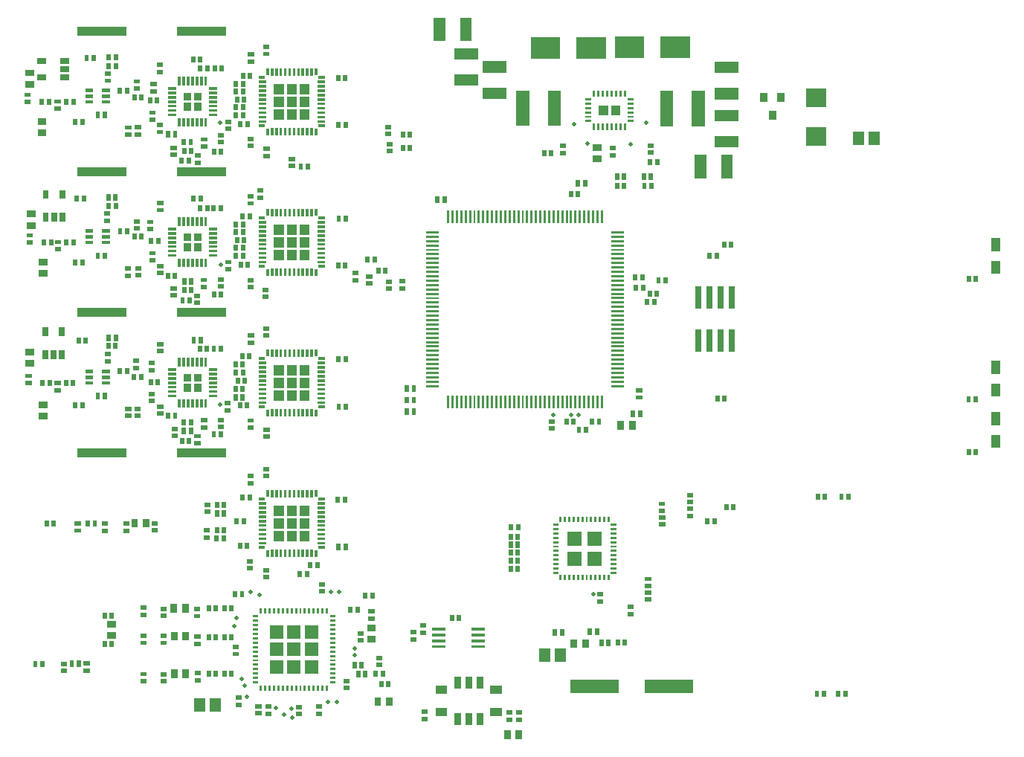
<source format=gbr>
G04 start of page 12 for group -4015 idx -4015 *
G04 Title: GNSS Firehose, toppaste *
G04 Creator: pcb 20140316 *
G04 CreationDate: Thu 09 Apr 2015 09:35:02 PM GMT UTC *
G04 For: pmonta *
G04 Format: Gerber/RS-274X *
G04 PCB-Dimensions (mil): 4640.00 3900.00 *
G04 PCB-Coordinate-Origin: lower left *
%MOIN*%
%FSLAX25Y25*%
%LNTOPPASTE*%
%ADD230R,0.0370X0.0370*%
%ADD229R,0.0300X0.0300*%
%ADD228R,0.0260X0.0260*%
%ADD227R,0.0130X0.0130*%
%ADD226R,0.0827X0.0827*%
%ADD225R,0.0340X0.0340*%
%ADD224R,0.0394X0.0394*%
%ADD223R,0.0280X0.0280*%
%ADD222R,0.0160X0.0160*%
%ADD221R,0.0402X0.0402*%
%ADD220R,0.0118X0.0118*%
%ADD219R,0.0965X0.0965*%
%ADD218R,0.0295X0.0295*%
%ADD217R,0.0591X0.0591*%
%ADD216C,0.0200*%
%ADD215R,0.0512X0.0512*%
%ADD214C,0.0001*%
%ADD213R,0.0098X0.0098*%
%ADD212R,0.0197X0.0197*%
G54D212*X241600Y111893D02*Y111107D01*
X244748Y111893D02*Y111107D01*
X241600Y119193D02*Y118407D01*
X244748Y119193D02*Y118407D01*
X241600Y122793D02*Y122007D01*
X244748Y122793D02*Y122007D01*
X241600Y126393D02*Y125607D01*
X244748Y126393D02*Y125607D01*
X241800Y130593D02*Y129807D01*
X244948Y130593D02*Y129807D01*
X241574Y115593D02*Y114807D01*
X244722Y115593D02*Y114807D01*
X292700Y78893D02*Y78107D01*
X289552Y78893D02*Y78107D01*
X282226Y78793D02*Y78007D01*
X285374Y78793D02*Y78007D01*
G54D213*X287003Y109771D02*X288381D01*
X287003Y111740D02*X288381D01*
X287003Y113709D02*X288381D01*
X287003Y115678D02*X288381D01*
X287003Y117647D02*X288381D01*
X287003Y119616D02*X288381D01*
X287003Y121585D02*X288381D01*
X287003Y123554D02*X288381D01*
X287003Y125523D02*X288381D01*
X287003Y127492D02*X288381D01*
X287003Y129461D02*X288381D01*
X287003Y131430D02*X288381D01*
X261019Y131429D02*X262397D01*
X261019Y129460D02*X262397D01*
X261019Y127491D02*X262397D01*
X261019Y125522D02*X262397D01*
X261019Y123553D02*X262397D01*
X261019Y121584D02*X262397D01*
X261019Y119615D02*X262397D01*
X261019Y117646D02*X262397D01*
X261019Y115677D02*X262397D01*
X261019Y113708D02*X262397D01*
X261019Y111739D02*X262397D01*
X261019Y109770D02*X262397D01*
X285529Y134281D02*Y132903D01*
X283560Y134281D02*Y132903D01*
X281591Y134281D02*Y132903D01*
X279622Y134281D02*Y132903D01*
X277653Y134281D02*Y132903D01*
X275684Y134281D02*Y132903D01*
X273715Y134281D02*Y132903D01*
X271746Y134281D02*Y132903D01*
X269777Y134281D02*Y132903D01*
X267808Y134281D02*Y132903D01*
X265839Y134281D02*Y132903D01*
X263870Y134281D02*Y132903D01*
X263871Y108297D02*Y106919D01*
X265840Y108297D02*Y106919D01*
X267809Y108297D02*Y106919D01*
X269778Y108297D02*Y106919D01*
X271747Y108297D02*Y106919D01*
X273716Y108297D02*Y106919D01*
X275685Y108297D02*Y106919D01*
X277654Y108297D02*Y106919D01*
X279623Y108297D02*Y106919D01*
X281592Y108297D02*Y106919D01*
X283561Y108297D02*Y106919D01*
X285530Y108297D02*Y106919D01*
G54D214*G36*
X266950Y128350D02*Y121850D01*
X273450D01*
Y128350D01*
X266950D01*
G37*
G36*
Y119350D02*Y112850D01*
X273450D01*
Y119350D01*
X266950D01*
G37*
G36*
X275950Y128350D02*Y121850D01*
X282450D01*
Y128350D01*
X275950D01*
G37*
G36*
Y119350D02*Y112850D01*
X282450D01*
Y119350D01*
X275950D01*
G37*
G54D212*X446852Y187893D02*Y187107D01*
X450000Y187893D02*Y187107D01*
X446926Y164393D02*Y163607D01*
X450074Y164393D02*Y163607D01*
X301352Y287793D02*Y287007D01*
X304500Y287793D02*Y287007D01*
X292448Y287793D02*Y287007D01*
X289300Y287793D02*Y287007D01*
X292474Y283593D02*Y282807D01*
X289326Y283593D02*Y282807D01*
X301526Y283593D02*Y282807D01*
X304674Y283593D02*Y282807D01*
X447000Y241893D02*Y241107D01*
X450148Y241893D02*Y241107D01*
G54D215*X326695Y294555D02*Y289045D01*
X338505Y294555D02*Y289045D01*
G54D216*X270100Y310900D03*
G54D212*X264507Y298026D02*X265293D01*
X264507Y301174D02*X265293D01*
X256626Y298193D02*Y297407D01*
X259774Y298193D02*Y297407D01*
G54D215*X231545Y336605D02*X237055D01*
X231545Y324795D02*X237055D01*
G54D217*X261187Y322921D02*Y313079D01*
X247013Y322921D02*Y313079D01*
G54D216*X295500Y301800D03*
X275900Y302200D03*
G54D213*X279009Y310605D02*Y308833D01*
X280978Y310605D02*Y308833D01*
X282947Y310605D02*Y308833D01*
X284916Y310605D02*Y308833D01*
X286885Y310605D02*Y308833D01*
X288854Y310605D02*Y308833D01*
X290823Y310605D02*Y308833D01*
X292792Y310605D02*Y308833D01*
X292791Y325566D02*Y323794D01*
X290822Y325566D02*Y323794D01*
X288853Y325566D02*Y323794D01*
X286884Y325566D02*Y323794D01*
X284915Y325566D02*Y323794D01*
X282946Y325566D02*Y323794D01*
X280977Y325566D02*Y323794D01*
X279008Y325566D02*Y323794D01*
X294463Y312278D02*X296235D01*
X294463Y314247D02*X296235D01*
X294463Y316216D02*X296235D01*
X294463Y318185D02*X296235D01*
X294463Y320154D02*X296235D01*
X294463Y322123D02*X296235D01*
X275565Y322122D02*X277337D01*
X275565Y320153D02*X277337D01*
X275565Y318184D02*X277337D01*
X275565Y316215D02*X277337D01*
X275565Y314246D02*X277337D01*
X275565Y312277D02*X277337D01*
G54D214*G36*
X280950Y319350D02*Y315050D01*
X285250D01*
Y319350D01*
X280950D01*
G37*
G36*
X286550D02*Y315050D01*
X290850D01*
Y319350D01*
X286550D01*
G37*
G54D212*X303907Y301274D02*X304693D01*
X303907Y298126D02*X304693D01*
G54D218*X279808Y295341D02*X280792D01*
X279808Y300459D02*X280792D01*
G54D212*X287007Y297026D02*X287793D01*
X287007Y300174D02*X287793D01*
G54D219*X255393Y345200D02*X258935D01*
X275865D02*X279407D01*
G54D217*X304791Y58900D02*X320539D01*
X271326D02*X287074D01*
G54D212*X59626Y78293D02*Y77507D01*
X62774Y78293D02*Y77507D01*
X59626Y90993D02*Y90207D01*
X62774Y90993D02*Y90207D01*
G54D218*X73041Y132592D02*Y131608D01*
X78159Y132592D02*Y131608D01*
X62108Y81700D02*X63092D01*
X62108Y86818D02*X63092D01*
G54D212*X76507Y61252D02*X77293D01*
X76507Y64400D02*X77293D01*
X146207Y46452D02*X146993D01*
X146207Y49600D02*X146993D01*
G54D213*X204102Y262457D02*X208826D01*
X204102Y260488D02*X208826D01*
X204102Y258519D02*X208826D01*
X204102Y256550D02*X208826D01*
X204102Y254581D02*X208826D01*
X204102Y252612D02*X208826D01*
X204102Y250643D02*X208826D01*
X204102Y248674D02*X208826D01*
X204102Y246705D02*X208826D01*
X204102Y244736D02*X208826D01*
X204102Y242767D02*X208826D01*
X204102Y240798D02*X208826D01*
X204102Y238829D02*X208826D01*
X204102Y236860D02*X208826D01*
X204102Y234891D02*X208826D01*
X204102Y232922D02*X208826D01*
X204102Y230953D02*X208826D01*
X204102Y228984D02*X208826D01*
X204102Y227015D02*X208826D01*
X204102Y225046D02*X208826D01*
X204102Y223077D02*X208826D01*
X204102Y221108D02*X208826D01*
X204102Y219139D02*X208826D01*
X204102Y217170D02*X208826D01*
X204102Y215201D02*X208826D01*
X204102Y213232D02*X208826D01*
X204102Y211263D02*X208826D01*
X204102Y209294D02*X208826D01*
X204102Y207325D02*X208826D01*
X204102Y205356D02*X208826D01*
X204102Y203387D02*X208826D01*
X204102Y201418D02*X208826D01*
X204102Y199449D02*X208826D01*
X204102Y197480D02*X208826D01*
X204102Y195511D02*X208826D01*
X204102Y193542D02*X208826D01*
X287173Y193543D02*X291897D01*
X287173Y195512D02*X291897D01*
X287173Y197481D02*X291897D01*
X287173Y199450D02*X291897D01*
X287173Y201419D02*X291897D01*
X287173Y203388D02*X291897D01*
X287173Y205357D02*X291897D01*
X287173Y207326D02*X291897D01*
X287173Y209295D02*X291897D01*
X287173Y211264D02*X291897D01*
X287173Y213233D02*X291897D01*
X287173Y215202D02*X291897D01*
X287173Y217171D02*X291897D01*
X287173Y219140D02*X291897D01*
X287173Y221109D02*X291897D01*
X287173Y223078D02*X291897D01*
X287173Y225047D02*X291897D01*
X287173Y227016D02*X291897D01*
X287173Y228985D02*X291897D01*
X287173Y230954D02*X291897D01*
X287173Y232923D02*X291897D01*
X287173Y234892D02*X291897D01*
X287173Y236861D02*X291897D01*
X287173Y238830D02*X291897D01*
X287173Y240799D02*X291897D01*
X287173Y242768D02*X291897D01*
X287173Y244737D02*X291897D01*
X287173Y246706D02*X291897D01*
X287173Y248675D02*X291897D01*
X287173Y250644D02*X291897D01*
X287173Y252613D02*X291897D01*
X287173Y254582D02*X291897D01*
X287173Y256551D02*X291897D01*
X287173Y258520D02*X291897D01*
X287173Y260489D02*X291897D01*
X287173Y262458D02*X291897D01*
X213543Y188827D02*Y184103D01*
X215512Y188827D02*Y184103D01*
X217481Y188827D02*Y184103D01*
X219450Y188827D02*Y184103D01*
X221419Y188827D02*Y184103D01*
X223388Y188827D02*Y184103D01*
X225357Y188827D02*Y184103D01*
X227326Y188827D02*Y184103D01*
X229295Y188827D02*Y184103D01*
X231264Y188827D02*Y184103D01*
X233233Y188827D02*Y184103D01*
X235202Y188827D02*Y184103D01*
X237171Y188827D02*Y184103D01*
X239140Y188827D02*Y184103D01*
X241109Y188827D02*Y184103D01*
X243078Y188827D02*Y184103D01*
X245047Y188827D02*Y184103D01*
X247016Y188827D02*Y184103D01*
X248985Y188827D02*Y184103D01*
X250954Y188827D02*Y184103D01*
X252923Y188827D02*Y184103D01*
X254892Y188827D02*Y184103D01*
X256861Y188827D02*Y184103D01*
X258830Y188827D02*Y184103D01*
X260799Y188827D02*Y184103D01*
X262768Y188827D02*Y184103D01*
X264737Y188827D02*Y184103D01*
X266706Y188827D02*Y184103D01*
X268675Y188827D02*Y184103D01*
X270644Y188827D02*Y184103D01*
X272613Y188827D02*Y184103D01*
X274582Y188827D02*Y184103D01*
X276551Y188827D02*Y184103D01*
X278520Y188827D02*Y184103D01*
X280489Y188827D02*Y184103D01*
X282458Y188827D02*Y184103D01*
X282457Y271898D02*Y267174D01*
X280488Y271898D02*Y267174D01*
X278519Y271898D02*Y267174D01*
X276550Y271898D02*Y267174D01*
X274581Y271898D02*Y267174D01*
X272612Y271898D02*Y267174D01*
X270643Y271898D02*Y267174D01*
X268674Y271898D02*Y267174D01*
X266705Y271898D02*Y267174D01*
X264736Y271898D02*Y267174D01*
X262767Y271898D02*Y267174D01*
X260798Y271898D02*Y267174D01*
X258829Y271898D02*Y267174D01*
X256860Y271898D02*Y267174D01*
X254891Y271898D02*Y267174D01*
X252922Y271898D02*Y267174D01*
X250953Y271898D02*Y267174D01*
X248984Y271898D02*Y267174D01*
X247015Y271898D02*Y267174D01*
X245046Y271898D02*Y267174D01*
X243077Y271898D02*Y267174D01*
X241108Y271898D02*Y267174D01*
X239139Y271898D02*Y267174D01*
X237170Y271898D02*Y267174D01*
X235201Y271898D02*Y267174D01*
X233232Y271898D02*Y267174D01*
X231263Y271898D02*Y267174D01*
X229294Y271898D02*Y267174D01*
X227325Y271898D02*Y267174D01*
X225356Y271898D02*Y267174D01*
X223387Y271898D02*Y267174D01*
X221418Y271898D02*Y267174D01*
X219449Y271898D02*Y267174D01*
X217480Y271898D02*Y267174D01*
X215511Y271898D02*Y267174D01*
X213542Y271898D02*Y267174D01*
X126388Y90267D02*X127766D01*
X126388Y88298D02*X127766D01*
X126388Y86329D02*X127766D01*
X126388Y84360D02*X127766D01*
X126388Y82391D02*X127766D01*
X126388Y80422D02*X127766D01*
X126388Y78453D02*X127766D01*
X126388Y76484D02*X127766D01*
X126388Y74515D02*X127766D01*
X126388Y72546D02*X127766D01*
X126388Y70577D02*X127766D01*
X126388Y68608D02*X127766D01*
X126388Y66639D02*X127766D01*
X126388Y64670D02*X127766D01*
X126388Y62701D02*X127766D01*
X126388Y60732D02*X127766D01*
X161034Y60733D02*X162412D01*
X161034Y62702D02*X162412D01*
X161034Y64671D02*X162412D01*
X161034Y66640D02*X162412D01*
X161034Y68609D02*X162412D01*
X161034Y70578D02*X162412D01*
X161034Y72547D02*X162412D01*
X161034Y74516D02*X162412D01*
X161034Y76485D02*X162412D01*
X161034Y78454D02*X162412D01*
X161034Y80423D02*X162412D01*
X161034Y82392D02*X162412D01*
X161034Y84361D02*X162412D01*
X161034Y86330D02*X162412D01*
X161034Y88299D02*X162412D01*
X161034Y90268D02*X162412D01*
X129633Y58866D02*Y57488D01*
X131602Y58866D02*Y57488D01*
X133571Y58866D02*Y57488D01*
X135540Y58866D02*Y57488D01*
X137509Y58866D02*Y57488D01*
X139478Y58866D02*Y57488D01*
X141447Y58866D02*Y57488D01*
X143416Y58866D02*Y57488D01*
X145385Y58866D02*Y57488D01*
X147354Y58866D02*Y57488D01*
X149323Y58866D02*Y57488D01*
X151292Y58866D02*Y57488D01*
X153261Y58866D02*Y57488D01*
X155230Y58866D02*Y57488D01*
X157199Y58866D02*Y57488D01*
X159168Y58866D02*Y57488D01*
X159167Y93512D02*Y92134D01*
X157198Y93512D02*Y92134D01*
X155229Y93512D02*Y92134D01*
X153260Y93512D02*Y92134D01*
X151291Y93512D02*Y92134D01*
X149322Y93512D02*Y92134D01*
X147353Y93512D02*Y92134D01*
X145384Y93512D02*Y92134D01*
X143415Y93512D02*Y92134D01*
X141446Y93512D02*Y92134D01*
X139477Y93512D02*Y92134D01*
X137508Y93512D02*Y92134D01*
X135539Y93512D02*Y92134D01*
X133570Y93512D02*Y92134D01*
X131601Y93512D02*Y92134D01*
X129632Y93512D02*Y92134D01*
G54D214*G36*
X133600Y86300D02*Y80300D01*
X139600D01*
Y86300D01*
X133600D01*
G37*
G36*
X141400D02*Y80300D01*
X147400D01*
Y86300D01*
X141400D01*
G37*
G36*
X149200D02*Y80300D01*
X155200D01*
Y86300D01*
X149200D01*
G37*
G36*
X133600Y78500D02*Y72500D01*
X139600D01*
Y78500D01*
X133600D01*
G37*
G36*
X141400D02*Y72500D01*
X147400D01*
Y78500D01*
X141400D01*
G37*
G36*
X149200D02*Y72500D01*
X155200D01*
Y78500D01*
X149200D01*
G37*
G36*
X133600Y70700D02*Y64700D01*
X139600D01*
Y70700D01*
X133600D01*
G37*
G36*
X141400D02*Y64700D01*
X147400D01*
Y70700D01*
X141400D01*
G37*
G36*
X149200D02*Y64700D01*
X155200D01*
Y70700D01*
X149200D01*
G37*
G54D212*X46426Y312393D02*Y311607D01*
X49574Y312393D02*Y311607D01*
G54D218*X31008Y306941D02*X31992D01*
X31008Y312059D02*X31992D01*
G54D212*X46426Y249393D02*Y248607D01*
X49574Y249393D02*Y248607D01*
G54D218*X31508Y243941D02*X32492D01*
X31508Y249059D02*X32492D01*
G54D212*X46426Y185393D02*Y184607D01*
X49574Y185393D02*Y184607D01*
G54D218*X31508Y179941D02*X32492D01*
X31508Y185059D02*X32492D01*
G54D220*X129131Y205829D02*X130895D01*
X129131Y203860D02*X131295D01*
X129131Y201891D02*X131295D01*
X129131Y199922D02*X131295D01*
X129131Y197953D02*X131295D01*
X129131Y195984D02*X131295D01*
X129131Y194015D02*X131295D01*
X129131Y192046D02*X131295D01*
X129131Y190077D02*X131295D01*
X129131Y188108D02*X131295D01*
X129131Y186139D02*X131295D01*
X129131Y184170D02*X130895D01*
X156105Y184171D02*X157869D01*
X155705Y186140D02*X157869D01*
X155705Y188109D02*X157869D01*
X155705Y190078D02*X157869D01*
X155705Y192047D02*X157869D01*
X155705Y194016D02*X157869D01*
X155705Y195985D02*X157869D01*
X155705Y197954D02*X157869D01*
X155705Y199923D02*X157869D01*
X155705Y201892D02*X157869D01*
X155705Y203861D02*X157869D01*
X156105Y205830D02*X157869D01*
X132671Y182395D02*Y180631D01*
X134640Y182795D02*Y180631D01*
X136609Y182795D02*Y180631D01*
X138578Y182795D02*Y180631D01*
X140547Y182795D02*Y180631D01*
X142516Y182795D02*Y180631D01*
X144485Y182795D02*Y180631D01*
X146454Y182795D02*Y180631D01*
X148423Y182795D02*Y180631D01*
X150392Y182795D02*Y180631D01*
X152361Y182795D02*Y180631D01*
X154330Y182395D02*Y180631D01*
X154329Y209369D02*Y207605D01*
X152360Y209369D02*Y207205D01*
X150391Y209369D02*Y207205D01*
X148422Y209369D02*Y207205D01*
X146453Y209369D02*Y207205D01*
X144484Y209369D02*Y207205D01*
X142515Y209369D02*Y207205D01*
X140546Y209369D02*Y207205D01*
X138577Y209369D02*Y207205D01*
X136608Y209369D02*Y207205D01*
X134639Y209369D02*Y207205D01*
X132670Y209369D02*Y207605D01*
G54D214*G36*
X135500Y203000D02*Y198400D01*
X140100D01*
Y203000D01*
X135500D01*
G37*
G36*
X141200D02*Y198400D01*
X145800D01*
Y203000D01*
X141200D01*
G37*
G36*
X146900D02*Y198400D01*
X151500D01*
Y203000D01*
X146900D01*
G37*
G36*
X135500Y197300D02*Y192700D01*
X140100D01*
Y197300D01*
X135500D01*
G37*
G36*
X141200D02*Y192700D01*
X145800D01*
Y197300D01*
X141200D01*
G37*
G36*
X146900D02*Y192700D01*
X151500D01*
Y197300D01*
X146900D01*
G37*
G36*
X135500Y191600D02*Y187000D01*
X140100D01*
Y191600D01*
X135500D01*
G37*
G36*
X141200D02*Y187000D01*
X145800D01*
Y191600D01*
X141200D01*
G37*
G36*
X146900D02*Y187000D01*
X151500D01*
Y191600D01*
X146900D01*
G37*
G54D212*X69007Y128626D02*X69793D01*
X69007Y131774D02*X69793D01*
X81533Y128800D02*X82319D01*
X81533Y131948D02*X82319D01*
G54D218*X95759Y94392D02*Y93408D01*
X90641Y94392D02*Y93408D01*
X95859Y81892D02*Y80908D01*
X90741Y81892D02*Y80908D01*
X95859Y64992D02*Y64008D01*
X90741Y64992D02*Y64008D01*
G54D216*X118700Y89700D03*
X117600Y85900D03*
X121100Y62200D03*
G54D212*X24607Y320926D02*X25393D01*
X24607Y324074D02*X25393D01*
G54D216*X111400Y311700D03*
G54D212*X25607Y257926D02*X26393D01*
X25607Y261074D02*X26393D01*
G54D216*X111600Y247900D03*
G54D212*X25107Y194926D02*X25893D01*
X25107Y198074D02*X25893D01*
G54D216*X111400Y185100D03*
G54D212*X176426Y99993D02*Y99207D01*
X179574Y99993D02*Y99207D01*
X151726Y113693D02*Y112907D01*
X154874Y113693D02*Y112907D01*
X150274Y109693D02*Y108907D01*
X147126Y109693D02*Y108907D01*
G54D216*X129100Y99900D03*
X125100Y101400D03*
G54D212*X100707Y90426D02*X101493D01*
X100707Y93574D02*X101493D01*
X85707Y90526D02*X86493D01*
X85707Y93674D02*X86493D01*
X100833Y78000D02*X101619D01*
X100833Y81148D02*X101619D01*
X85733Y78400D02*X86519D01*
X85733Y81548D02*X86519D01*
X101007Y61626D02*X101793D01*
X101007Y64774D02*X101793D01*
X85507Y61226D02*X86293D01*
X85507Y64374D02*X86293D01*
G54D216*X272000Y180600D03*
X268700D03*
X260800Y180700D03*
G54D212*X193326Y306593D02*Y305807D01*
X196474Y306593D02*Y305807D01*
X193326Y300593D02*Y299807D01*
X196474Y300593D02*Y299807D01*
X180574Y250693D02*Y249907D01*
X177426Y250693D02*Y249907D01*
X185400Y245593D02*Y244807D01*
X182252Y245593D02*Y244807D01*
G54D216*X278800Y100200D03*
X302400Y311500D03*
G54D215*X218845Y330695D02*X224355D01*
X218845Y342505D02*X224355D01*
X209695Y356155D02*Y350645D01*
X221505Y356155D02*Y350645D01*
G54D212*X33626Y132393D02*Y131607D01*
X36774Y132393D02*Y131607D01*
X28526Y69193D02*Y68407D01*
X31674Y69193D02*Y68407D01*
G54D221*X49504Y352500D02*X67496D01*
X94004D02*X111996D01*
X49504Y289500D02*X67496D01*
X94004D02*X111996D01*
X49504Y226500D02*X67496D01*
X94004D02*X111996D01*
X49504Y163500D02*X67496D01*
X94004D02*X111996D01*
G54D218*X187159Y52592D02*Y51608D01*
X182041Y52592D02*Y51608D01*
G54D216*X123200Y54300D03*
X122400Y59200D03*
X136200Y49300D03*
X139900Y46200D03*
X143400Y49000D03*
X143600Y44800D03*
X171800Y72800D03*
Y75800D03*
X159800Y51800D03*
X163600Y52000D03*
X164800Y101200D03*
X161000D03*
G54D212*X47107Y128752D02*X47893D01*
X47107Y131900D02*X47893D01*
X59407Y128626D02*X60193D01*
X59407Y131774D02*X60193D01*
X52026Y132293D02*Y131507D01*
X55174Y132293D02*Y131507D01*
X294907Y91326D02*X295693D01*
X294907Y94474D02*X295693D01*
X261500Y83493D02*Y82707D01*
X264648Y83493D02*Y82707D01*
X277126Y83793D02*Y83007D01*
X280274Y83793D02*Y83007D01*
G54D215*X256757Y73193D02*Y72407D01*
X263843Y73193D02*Y72407D01*
G54D212*X281407Y97026D02*X282193D01*
X281407Y100174D02*X282193D01*
G54D218*X269941Y78592D02*Y77608D01*
X275059Y78592D02*Y77608D01*
G54D212*X321681Y138448D02*X322467D01*
X321681Y135300D02*X322467D01*
X309107Y131452D02*X309893D01*
X309107Y134600D02*X309893D01*
X321507Y144600D02*X322293D01*
X321507Y141452D02*X322293D01*
X309007Y137600D02*X309793D01*
X309007Y140748D02*X309793D01*
X302807Y103926D02*X303593D01*
X302807Y107074D02*X303593D01*
X302807Y97826D02*X303593D01*
X302807Y100974D02*X303593D01*
X173907Y82600D02*X174693D01*
X173907Y79452D02*X174693D01*
G54D218*X178708Y85059D02*X179692D01*
X178708Y79941D02*X179692D01*
G54D212*X178807Y92448D02*X179593D01*
X178807Y89300D02*X179593D01*
G54D220*X129131Y268829D02*X130895D01*
X129131Y266860D02*X131295D01*
X129131Y264891D02*X131295D01*
X129131Y262922D02*X131295D01*
X129131Y260953D02*X131295D01*
X129131Y258984D02*X131295D01*
X129131Y257015D02*X131295D01*
X129131Y255046D02*X131295D01*
X129131Y253077D02*X131295D01*
X129131Y251108D02*X131295D01*
X129131Y249139D02*X131295D01*
X129131Y247170D02*X130895D01*
X156105Y247171D02*X157869D01*
X155705Y249140D02*X157869D01*
X155705Y251109D02*X157869D01*
X155705Y253078D02*X157869D01*
X155705Y255047D02*X157869D01*
X155705Y257016D02*X157869D01*
X155705Y258985D02*X157869D01*
X155705Y260954D02*X157869D01*
X155705Y262923D02*X157869D01*
X155705Y264892D02*X157869D01*
X155705Y266861D02*X157869D01*
X156105Y268830D02*X157869D01*
X132671Y245395D02*Y243631D01*
X134640Y245795D02*Y243631D01*
X136609Y245795D02*Y243631D01*
X138578Y245795D02*Y243631D01*
X140547Y245795D02*Y243631D01*
X142516Y245795D02*Y243631D01*
X144485Y245795D02*Y243631D01*
X146454Y245795D02*Y243631D01*
X148423Y245795D02*Y243631D01*
X150392Y245795D02*Y243631D01*
X152361Y245795D02*Y243631D01*
X154330Y245395D02*Y243631D01*
X154329Y272369D02*Y270605D01*
X152360Y272369D02*Y270205D01*
X150391Y272369D02*Y270205D01*
X148422Y272369D02*Y270205D01*
X146453Y272369D02*Y270205D01*
X144484Y272369D02*Y270205D01*
X142515Y272369D02*Y270205D01*
X140546Y272369D02*Y270205D01*
X138577Y272369D02*Y270205D01*
X136608Y272369D02*Y270205D01*
X134639Y272369D02*Y270205D01*
X132670Y272369D02*Y270605D01*
G54D214*G36*
X135500Y266000D02*Y261400D01*
X140100D01*
Y266000D01*
X135500D01*
G37*
G36*
X141200D02*Y261400D01*
X145800D01*
Y266000D01*
X141200D01*
G37*
G36*
X146900D02*Y261400D01*
X151500D01*
Y266000D01*
X146900D01*
G37*
G36*
X135500Y260300D02*Y255700D01*
X140100D01*
Y260300D01*
X135500D01*
G37*
G36*
X141200D02*Y255700D01*
X145800D01*
Y260300D01*
X141200D01*
G37*
G36*
X146900D02*Y255700D01*
X151500D01*
Y260300D01*
X146900D01*
G37*
G36*
X135500Y254600D02*Y250000D01*
X140100D01*
Y254600D01*
X135500D01*
G37*
G36*
X141200D02*Y250000D01*
X145800D01*
Y254600D01*
X141200D01*
G37*
G36*
X146900D02*Y250000D01*
X151500D01*
Y254600D01*
X146900D01*
G37*
G54D212*X131407Y233526D02*X132193D01*
X131407Y236674D02*X132193D01*
X208826Y277493D02*Y276707D01*
X211974Y277493D02*Y276707D01*
X186381Y306552D02*X187167D01*
X186381Y309700D02*X187167D01*
X186907Y298826D02*X187693D01*
X186907Y301974D02*X187693D01*
G54D220*X88508Y326907D02*X91066D01*
X88508Y324938D02*X91066D01*
X88508Y322969D02*X91066D01*
X88508Y321000D02*X91066D01*
X88508Y319031D02*X91066D01*
X88508Y317062D02*X91066D01*
X88508Y315093D02*X91066D01*
X106933D02*X109491D01*
X106933Y317062D02*X109491D01*
X106933Y319031D02*X109491D01*
X106933Y321000D02*X109491D01*
X106933Y322969D02*X109491D01*
X106933Y324938D02*X109491D01*
X106933Y326907D02*X109491D01*
X93093Y313067D02*Y310509D01*
X95062Y313067D02*Y310509D01*
X97031Y313067D02*Y310509D01*
X99000Y313067D02*Y310509D01*
X100969Y313067D02*Y310509D01*
X102938Y313067D02*Y310509D01*
X104907Y313067D02*Y310509D01*
Y331492D02*Y328934D01*
X102938Y331492D02*Y328934D01*
X100969Y331492D02*Y328934D01*
X99000Y331492D02*Y328934D01*
X97031Y331492D02*Y328934D01*
X95062Y331492D02*Y328934D01*
X93093Y331492D02*Y328934D01*
G54D214*G36*
X95050Y324950D02*Y321550D01*
X98450D01*
Y324950D01*
X95050D01*
G37*
G36*
Y320450D02*Y317050D01*
X98450D01*
Y320450D01*
X95050D01*
G37*
G36*
X99550Y324950D02*Y321550D01*
X102950D01*
Y324950D01*
X99550D01*
G37*
G36*
Y320450D02*Y317050D01*
X102950D01*
Y320450D01*
X99550D01*
G37*
G54D212*X338252Y139593D02*Y138807D01*
X341400Y139593D02*Y138807D01*
X329726Y133193D02*Y132407D01*
X332874Y133193D02*Y132407D01*
X119407Y50726D02*X120193D01*
X119407Y53874D02*X120193D01*
X116474Y94193D02*Y93407D01*
X113326Y94193D02*Y93407D01*
X109374Y94193D02*Y93407D01*
X106226Y94193D02*Y93407D01*
X116474Y81393D02*Y80607D01*
X113326Y81393D02*Y80607D01*
X109374Y81393D02*Y80607D01*
X106226Y81393D02*Y80607D01*
X116474Y65093D02*Y64307D01*
X113326Y65093D02*Y64307D01*
X109400Y65093D02*Y64307D01*
X106252Y65093D02*Y64307D01*
X117907Y76574D02*X118693D01*
X117907Y73426D02*X118693D01*
X76607Y81548D02*X77393D01*
X76607Y78400D02*X77393D01*
X76707Y91026D02*X77493D01*
X76707Y94174D02*X77493D01*
G54D215*X102157Y50993D02*Y50207D01*
X109243Y50993D02*Y50207D01*
G54D212*X118026Y100693D02*Y99907D01*
X121174Y100693D02*Y99907D01*
X128107Y46826D02*X128893D01*
X128107Y49974D02*X128893D01*
X132507Y46626D02*X133293D01*
X132507Y49774D02*X133293D01*
X131507Y156374D02*X132293D01*
X131507Y153226D02*X132293D01*
X167548Y121793D02*Y121007D01*
X164400Y121793D02*Y121007D01*
X167248Y142993D02*Y142207D01*
X164100Y142993D02*Y142207D01*
X131607Y107800D02*X132393D01*
X131607Y110948D02*X132393D01*
X124407Y111900D02*X125193D01*
X124407Y115048D02*X125193D01*
X124707Y153148D02*X125493D01*
X124707Y150000D02*X125493D01*
X121426Y143993D02*Y143207D01*
X124574Y143993D02*Y143207D01*
X118826Y133293D02*Y132507D01*
X121974Y133293D02*Y132507D01*
X120326Y122193D02*Y121407D01*
X123474Y122193D02*Y121407D01*
X109800Y125693D02*Y124907D01*
X112948Y125693D02*Y124907D01*
X109926Y129393D02*Y128607D01*
X113074Y129393D02*Y128607D01*
X105007Y125626D02*X105793D01*
X105007Y128774D02*X105793D01*
X109926Y136793D02*Y136007D01*
X113074Y136793D02*Y136007D01*
X109926Y140593D02*Y139807D01*
X113074Y140593D02*Y139807D01*
X105207Y137226D02*X105993D01*
X105207Y140374D02*X105993D01*
G54D220*X129131Y142829D02*X130895D01*
X129131Y140860D02*X131295D01*
X129131Y138891D02*X131295D01*
X129131Y136922D02*X131295D01*
X129131Y134953D02*X131295D01*
X129131Y132984D02*X131295D01*
X129131Y131015D02*X131295D01*
X129131Y129046D02*X131295D01*
X129131Y127077D02*X131295D01*
X129131Y125108D02*X131295D01*
X129131Y123139D02*X131295D01*
X129131Y121170D02*X130895D01*
X156105Y121171D02*X157869D01*
X155705Y123140D02*X157869D01*
X155705Y125109D02*X157869D01*
X155705Y127078D02*X157869D01*
X155705Y129047D02*X157869D01*
X155705Y131016D02*X157869D01*
X155705Y132985D02*X157869D01*
X155705Y134954D02*X157869D01*
X155705Y136923D02*X157869D01*
X155705Y138892D02*X157869D01*
X155705Y140861D02*X157869D01*
X156105Y142830D02*X157869D01*
X132671Y119395D02*Y117631D01*
X134640Y119795D02*Y117631D01*
X136609Y119795D02*Y117631D01*
X138578Y119795D02*Y117631D01*
X140547Y119795D02*Y117631D01*
X142516Y119795D02*Y117631D01*
X144485Y119795D02*Y117631D01*
X146454Y119795D02*Y117631D01*
X148423Y119795D02*Y117631D01*
X150392Y119795D02*Y117631D01*
X152361Y119795D02*Y117631D01*
X154330Y119395D02*Y117631D01*
X154329Y146369D02*Y144605D01*
X152360Y146369D02*Y144205D01*
X150391Y146369D02*Y144205D01*
X148422Y146369D02*Y144205D01*
X146453Y146369D02*Y144205D01*
X144484Y146369D02*Y144205D01*
X142515Y146369D02*Y144205D01*
X140546Y146369D02*Y144205D01*
X138577Y146369D02*Y144205D01*
X136608Y146369D02*Y144205D01*
X134639Y146369D02*Y144205D01*
X132670Y146369D02*Y144605D01*
G54D214*G36*
X135500Y140000D02*Y135400D01*
X140100D01*
Y140000D01*
X135500D01*
G37*
G36*
X141200D02*Y135400D01*
X145800D01*
Y140000D01*
X141200D01*
G37*
G36*
X146900D02*Y135400D01*
X151500D01*
Y140000D01*
X146900D01*
G37*
G36*
X135500Y134300D02*Y129700D01*
X140100D01*
Y134300D01*
X135500D01*
G37*
G36*
X141200D02*Y129700D01*
X145800D01*
Y134300D01*
X141200D01*
G37*
G36*
X146900D02*Y129700D01*
X151500D01*
Y134300D01*
X146900D01*
G37*
G36*
X135500Y128600D02*Y124000D01*
X140100D01*
Y128600D01*
X135500D01*
G37*
G36*
X141200D02*Y124000D01*
X145800D01*
Y128600D01*
X141200D01*
G37*
G36*
X146900D02*Y124000D01*
X151500D01*
Y128600D01*
X146900D01*
G37*
G54D212*X40907Y65826D02*X41693D01*
X40907Y68974D02*X41693D01*
X51107Y65952D02*X51893D01*
X51107Y69100D02*X51893D01*
X44852Y69493D02*Y68707D01*
X48000Y69493D02*Y68707D01*
X186774Y60193D02*Y59407D01*
X183626Y60193D02*Y59407D01*
X184274Y64893D02*Y64107D01*
X181126Y64893D02*Y64107D01*
X182181Y71648D02*X182967D01*
X182181Y68500D02*X182967D01*
X176474Y64793D02*Y64007D01*
X173326Y64793D02*Y64007D01*
X174722Y68793D02*Y68007D01*
X171574Y68793D02*Y68007D01*
X172974Y93693D02*Y92907D01*
X169826Y93693D02*Y92907D01*
X155207Y46726D02*X155993D01*
X155207Y49874D02*X155993D01*
X156607Y104674D02*X157393D01*
X156607Y101526D02*X157393D01*
X167707Y58126D02*X168493D01*
X167707Y61274D02*X168493D01*
G54D222*X51800Y200100D02*X53700D01*
X51800Y197500D02*X53700D01*
X51800Y194900D02*X53700D01*
X59300D02*X61200D01*
X59300Y197500D02*X61200D01*
X59300Y200100D02*X61200D01*
G54D220*X88508Y200907D02*X91066D01*
X88508Y198938D02*X91066D01*
X88508Y196969D02*X91066D01*
X88508Y195000D02*X91066D01*
X88508Y193031D02*X91066D01*
X88508Y191062D02*X91066D01*
X88508Y189093D02*X91066D01*
X106933D02*X109491D01*
X106933Y191062D02*X109491D01*
X106933Y193031D02*X109491D01*
X106933Y195000D02*X109491D01*
X106933Y196969D02*X109491D01*
X106933Y198938D02*X109491D01*
X106933Y200907D02*X109491D01*
X93093Y187067D02*Y184509D01*
X95062Y187067D02*Y184509D01*
X97031Y187067D02*Y184509D01*
X99000Y187067D02*Y184509D01*
X100969Y187067D02*Y184509D01*
X102938Y187067D02*Y184509D01*
X104907Y187067D02*Y184509D01*
Y205492D02*Y202934D01*
X102938Y205492D02*Y202934D01*
X100969Y205492D02*Y202934D01*
X99000Y205492D02*Y202934D01*
X97031Y205492D02*Y202934D01*
X95062Y205492D02*Y202934D01*
X93093Y205492D02*Y202934D01*
G54D214*G36*
X95050Y198950D02*Y195550D01*
X98450D01*
Y198950D01*
X95050D01*
G37*
G36*
Y194450D02*Y191050D01*
X98450D01*
Y194450D01*
X95050D01*
G37*
G36*
X99550Y198950D02*Y195550D01*
X102950D01*
Y198950D01*
X99550D01*
G37*
G36*
Y194450D02*Y191050D01*
X102950D01*
Y194450D01*
X99550D01*
G37*
G54D222*X51800Y263100D02*X53700D01*
X51800Y260500D02*X53700D01*
X51800Y257900D02*X53700D01*
X59300D02*X61200D01*
X59300Y260500D02*X61200D01*
X59300Y263100D02*X61200D01*
G54D220*X88508Y263907D02*X91066D01*
X88508Y261938D02*X91066D01*
X88508Y259969D02*X91066D01*
X88508Y258000D02*X91066D01*
X88508Y256031D02*X91066D01*
X88508Y254062D02*X91066D01*
X88508Y252093D02*X91066D01*
X106933D02*X109491D01*
X106933Y254062D02*X109491D01*
X106933Y256031D02*X109491D01*
X106933Y258000D02*X109491D01*
X106933Y259969D02*X109491D01*
X106933Y261938D02*X109491D01*
X106933Y263907D02*X109491D01*
X93093Y250067D02*Y247509D01*
X95062Y250067D02*Y247509D01*
X97031Y250067D02*Y247509D01*
X99000Y250067D02*Y247509D01*
X100969Y250067D02*Y247509D01*
X102938Y250067D02*Y247509D01*
X104907Y250067D02*Y247509D01*
Y268492D02*Y265934D01*
X102938Y268492D02*Y265934D01*
X100969Y268492D02*Y265934D01*
X99000Y268492D02*Y265934D01*
X97031Y268492D02*Y265934D01*
X95062Y268492D02*Y265934D01*
X93093Y268492D02*Y265934D01*
G54D214*G36*
X95050Y261950D02*Y258550D01*
X98450D01*
Y261950D01*
X95050D01*
G37*
G36*
Y257450D02*Y254050D01*
X98450D01*
Y257450D01*
X95050D01*
G37*
G36*
X99550Y261950D02*Y258550D01*
X102950D01*
Y261950D01*
X99550D01*
G37*
G36*
Y257450D02*Y254050D01*
X102950D01*
Y257450D01*
X99550D01*
G37*
G54D222*X51800Y326100D02*X53700D01*
X51800Y323500D02*X53700D01*
X51800Y320900D02*X53700D01*
X59300D02*X61200D01*
X59300Y323500D02*X61200D01*
X59300Y326100D02*X61200D01*
G54D220*X129131Y331829D02*X130895D01*
X129131Y329860D02*X131295D01*
X129131Y327891D02*X131295D01*
X129131Y325922D02*X131295D01*
X129131Y323953D02*X131295D01*
X129131Y321984D02*X131295D01*
X129131Y320015D02*X131295D01*
X129131Y318046D02*X131295D01*
X129131Y316077D02*X131295D01*
X129131Y314108D02*X131295D01*
X129131Y312139D02*X131295D01*
X129131Y310170D02*X130895D01*
X156105Y310171D02*X157869D01*
X155705Y312140D02*X157869D01*
X155705Y314109D02*X157869D01*
X155705Y316078D02*X157869D01*
X155705Y318047D02*X157869D01*
X155705Y320016D02*X157869D01*
X155705Y321985D02*X157869D01*
X155705Y323954D02*X157869D01*
X155705Y325923D02*X157869D01*
X155705Y327892D02*X157869D01*
X155705Y329861D02*X157869D01*
X156105Y331830D02*X157869D01*
X132671Y308395D02*Y306631D01*
X134640Y308795D02*Y306631D01*
X136609Y308795D02*Y306631D01*
X138578Y308795D02*Y306631D01*
X140547Y308795D02*Y306631D01*
X142516Y308795D02*Y306631D01*
X144485Y308795D02*Y306631D01*
X146454Y308795D02*Y306631D01*
X148423Y308795D02*Y306631D01*
X150392Y308795D02*Y306631D01*
X152361Y308795D02*Y306631D01*
X154330Y308395D02*Y306631D01*
X154329Y335369D02*Y333605D01*
X152360Y335369D02*Y333205D01*
X150391Y335369D02*Y333205D01*
X148422Y335369D02*Y333205D01*
X146453Y335369D02*Y333205D01*
X144484Y335369D02*Y333205D01*
X142515Y335369D02*Y333205D01*
X140546Y335369D02*Y333205D01*
X138577Y335369D02*Y333205D01*
X136608Y335369D02*Y333205D01*
X134639Y335369D02*Y333205D01*
X132670Y335369D02*Y333605D01*
G54D214*G36*
X135500Y329000D02*Y324400D01*
X140100D01*
Y329000D01*
X135500D01*
G37*
G36*
X141200D02*Y324400D01*
X145800D01*
Y329000D01*
X141200D01*
G37*
G36*
X146900D02*Y324400D01*
X151500D01*
Y329000D01*
X146900D01*
G37*
G36*
X135500Y323300D02*Y318700D01*
X140100D01*
Y323300D01*
X135500D01*
G37*
G36*
X141200D02*Y318700D01*
X145800D01*
Y323300D01*
X141200D01*
G37*
G36*
X146900D02*Y318700D01*
X151500D01*
Y323300D01*
X146900D01*
G37*
G36*
X135500Y317600D02*Y313000D01*
X140100D01*
Y317600D01*
X135500D01*
G37*
G36*
X141200D02*Y313000D01*
X145800D01*
Y317600D01*
X141200D01*
G37*
G36*
X146900D02*Y313000D01*
X151500D01*
Y317600D01*
X146900D01*
G37*
G54D212*X38107Y317926D02*X38893D01*
X38107Y321074D02*X38893D01*
X61426Y337393D02*Y336607D01*
X64574Y337393D02*Y336607D01*
X31426Y321393D02*Y320607D01*
X34574Y321393D02*Y320607D01*
X61426Y341393D02*Y340607D01*
X64574Y341393D02*Y340607D01*
X59674Y315493D02*Y314707D01*
X56526Y315493D02*Y314707D01*
X60607Y330426D02*X61393D01*
X60607Y333574D02*X61393D01*
X42426Y321393D02*Y320607D01*
X45574Y321393D02*Y320607D01*
X42426Y258393D02*Y257607D01*
X45574Y258393D02*Y257607D01*
X32426Y258393D02*Y257607D01*
X35574Y258393D02*Y257607D01*
X38307Y254926D02*X39093D01*
X38307Y258074D02*X39093D01*
X60407Y267626D02*X61193D01*
X60407Y270774D02*X61193D01*
X61326Y278493D02*Y277707D01*
X64474Y278493D02*Y277707D01*
X61426Y274693D02*Y273907D01*
X64574Y274693D02*Y273907D01*
X66526Y263293D02*Y262507D01*
X69674Y263293D02*Y262507D01*
X73607Y267374D02*X74393D01*
X73607Y264226D02*X74393D01*
X72926Y260893D02*Y260107D01*
X76074Y260893D02*Y260107D01*
X80426Y258893D02*Y258107D01*
X83574Y258893D02*Y258107D01*
X102426Y273693D02*Y272907D01*
X105574Y273693D02*Y272907D01*
X108426Y273693D02*Y272907D01*
X111574Y273693D02*Y272907D01*
X100707Y230826D02*X101493D01*
X100707Y233974D02*X101493D01*
X95226Y237093D02*Y236307D01*
X98374Y237093D02*Y236307D01*
Y240793D02*Y240007D01*
X95226Y240793D02*Y240007D01*
X90107Y234226D02*X90893D01*
X90107Y237374D02*X90893D01*
X69707Y243026D02*X70493D01*
X69707Y246174D02*X70493D01*
X108626Y235093D02*Y234307D01*
X111774Y235093D02*Y234307D01*
X84107Y275574D02*X84893D01*
X84107Y272426D02*X84893D01*
X114607Y245926D02*X115393D01*
X114607Y249074D02*X115393D01*
X80607Y249926D02*X81393D01*
X80607Y253074D02*X81393D01*
X102574Y277993D02*Y277207D01*
X99426Y277993D02*Y277207D01*
X103607Y237926D02*X104393D01*
X103607Y241074D02*X104393D01*
X79607Y263926D02*X80393D01*
X79607Y267074D02*X80393D01*
X84107Y244226D02*X84893D01*
X84107Y247374D02*X84893D01*
X31726Y195293D02*Y194507D01*
X34874Y195293D02*Y194507D01*
X42326Y195293D02*Y194507D01*
X45474Y195293D02*Y194507D01*
X38107Y191626D02*X38893D01*
X38107Y194774D02*X38893D01*
X59674Y189493D02*Y188707D01*
X56526Y189493D02*Y188707D01*
X59674Y252393D02*Y251607D01*
X56526Y252393D02*Y251607D01*
X60507Y204726D02*X61293D01*
X60507Y207874D02*X61293D01*
X61226Y211893D02*Y211107D01*
X64374Y211893D02*Y211107D01*
X61426Y215493D02*Y214707D01*
X64574Y215493D02*Y214707D01*
X66426Y200593D02*Y199807D01*
X69574Y200593D02*Y199807D01*
X73307Y204874D02*X74093D01*
X73307Y201726D02*X74093D01*
X72826Y198093D02*Y197307D01*
X75974Y198093D02*Y197307D01*
X80226Y195693D02*Y194907D01*
X83374Y195693D02*Y194907D01*
X102326Y210693D02*Y209907D01*
X105474Y210693D02*Y209907D01*
X108526Y210693D02*Y209907D01*
X111674Y210693D02*Y209907D01*
X100807Y167926D02*X101593D01*
X100807Y171074D02*X101593D01*
X95126Y173793D02*Y173007D01*
X98274Y173793D02*Y173007D01*
Y177593D02*Y176807D01*
X95126Y177593D02*Y176807D01*
X90507Y171226D02*X91293D01*
X90507Y174374D02*X91293D01*
X69807Y180126D02*X70593D01*
X69807Y183274D02*X70593D01*
X108526Y172393D02*Y171607D01*
X111674Y172393D02*Y171607D01*
X66426Y326393D02*Y325607D01*
X69574Y326393D02*Y325607D01*
X121626Y333093D02*Y332307D01*
X124774Y333093D02*Y332307D01*
X120426Y311393D02*Y310607D01*
X123574Y311393D02*Y310607D01*
X87926Y243393D02*Y242607D01*
X91074Y243393D02*Y242607D01*
X118926Y259393D02*Y258607D01*
X122074Y259393D02*Y258607D01*
X121426Y270093D02*Y269307D01*
X124574Y270093D02*Y269307D01*
X120652Y248267D02*Y247481D01*
X123800Y248267D02*Y247481D01*
X124581Y237852D02*X125367D01*
X124581Y241000D02*X125367D01*
X124533Y278548D02*X125319D01*
X124533Y275400D02*X125319D01*
X167674Y268993D02*Y268207D01*
X164526Y268993D02*Y268207D01*
X167474Y247893D02*Y247107D01*
X164326Y247893D02*Y247107D01*
X129007Y281174D02*X129793D01*
X129007Y278026D02*X129793D01*
X74207Y243126D02*X74993D01*
X74207Y246274D02*X74993D01*
X111407Y238126D02*X112193D01*
X111407Y241274D02*X112193D01*
X88026Y180693D02*Y179907D01*
X91174Y180693D02*Y179907D01*
X119226Y196293D02*Y195507D01*
X122374Y196293D02*Y195507D01*
X121326Y207293D02*Y206507D01*
X124474Y207293D02*Y206507D01*
X120326Y185193D02*Y184407D01*
X123474Y185193D02*Y184407D01*
X124807Y216126D02*X125593D01*
X124807Y212978D02*X125593D01*
X124607Y174926D02*X125393D01*
X124607Y178074D02*X125393D01*
X131807Y170826D02*X132593D01*
X131807Y173974D02*X132593D01*
X131607Y219374D02*X132393D01*
X131607Y216226D02*X132393D01*
X167674Y184593D02*Y183807D01*
X164526Y184593D02*Y183807D01*
X167574Y206093D02*Y205307D01*
X164426Y206093D02*Y205307D01*
X111307Y175226D02*X112093D01*
X111307Y178374D02*X112093D01*
X74007Y180126D02*X74793D01*
X74007Y183274D02*X74793D01*
X118426Y329393D02*Y328607D01*
X121574Y329393D02*Y328607D01*
X118426Y325893D02*Y325107D01*
X121574Y325893D02*Y325107D01*
X118426Y318893D02*Y318107D01*
X121574Y318893D02*Y318107D01*
X118426Y315393D02*Y314607D01*
X121574Y315393D02*Y314607D01*
X118426Y266393D02*Y265607D01*
X121574Y266393D02*Y265607D01*
X118426Y262893D02*Y262107D01*
X121574Y262893D02*Y262107D01*
X118426Y255893D02*Y255107D01*
X121574Y255893D02*Y255107D01*
X118426Y252393D02*Y251607D01*
X121574Y252393D02*Y251607D01*
X94526Y232393D02*Y231607D01*
X97674Y232393D02*Y231607D01*
X94326Y169293D02*Y168507D01*
X97474Y169293D02*Y168507D01*
X118226Y203693D02*Y202907D01*
X121374Y203693D02*Y202907D01*
X118426Y199993D02*Y199207D01*
X121574Y199993D02*Y199207D01*
X118326Y192593D02*Y191807D01*
X121474Y192593D02*Y191807D01*
X118326Y188793D02*Y188007D01*
X121474Y188793D02*Y188007D01*
X108926Y336393D02*Y335607D01*
X112074Y336393D02*Y335607D01*
X102426Y336393D02*Y335607D01*
X105574Y336393D02*Y335607D01*
X72926Y323393D02*Y322607D01*
X76074Y323393D02*Y322607D01*
X101007Y293626D02*X101793D01*
X101007Y296774D02*X101793D01*
X108626Y298893D02*Y298107D01*
X111774Y298893D02*Y298107D01*
X111307Y302826D02*X112093D01*
X111307Y305974D02*X112093D01*
X73607Y330074D02*X74393D01*
X73607Y326926D02*X74393D01*
X79926Y321893D02*Y321107D01*
X83074Y321893D02*Y321107D01*
X95226Y299393D02*Y298607D01*
X98374Y299393D02*Y298607D01*
X98174Y303393D02*Y302607D01*
X95026Y303393D02*Y302607D01*
X90107Y297226D02*X90893D01*
X90107Y300374D02*X90893D01*
X94126Y294893D02*Y294107D01*
X97274Y294893D02*Y294107D01*
X84007Y307426D02*X84793D01*
X84007Y310574D02*X84793D01*
X114507Y308878D02*X115293D01*
X114507Y312026D02*X115293D01*
X84033Y337496D02*X84819D01*
X84033Y334348D02*X84819D01*
X81107Y325726D02*X81893D01*
X81107Y328874D02*X81893D01*
X103807Y300926D02*X104593D01*
X103807Y304074D02*X104593D01*
X80607Y312926D02*X81393D01*
X80607Y316074D02*X81393D01*
X102374Y340293D02*Y339507D01*
X99226Y340293D02*Y339507D01*
X167574Y310893D02*Y310107D01*
X164426Y310893D02*Y310107D01*
X167374Y332093D02*Y331307D01*
X164226Y332093D02*Y331307D01*
X131607Y345574D02*X132393D01*
X131607Y342426D02*X132393D01*
X124807Y342174D02*X125593D01*
X124807Y339026D02*X125593D01*
X131807Y296726D02*X132593D01*
X131807Y299874D02*X132593D01*
X124507Y301226D02*X125293D01*
X124507Y304374D02*X125293D01*
X88026Y306793D02*Y306007D01*
X91174Y306793D02*Y306007D01*
X69807Y306252D02*X70593D01*
X69807Y309400D02*X70593D01*
X74107Y306352D02*X74893D01*
X74107Y309500D02*X74893D01*
X118900Y322393D02*Y321607D01*
X122048Y322393D02*Y321607D01*
X84107Y181226D02*X84893D01*
X84107Y184374D02*X84893D01*
X114407Y182726D02*X115193D01*
X114407Y185874D02*X115193D01*
X102674Y214493D02*Y213707D01*
X99526Y214493D02*Y213707D01*
X80407Y186826D02*X81193D01*
X80407Y189974D02*X81193D01*
X103807Y175026D02*X104593D01*
X103807Y178174D02*X104593D01*
X80207Y200626D02*X80993D01*
X80207Y203774D02*X80993D01*
X84107Y212374D02*X84893D01*
X84107Y209226D02*X84893D01*
X177807Y242648D02*X178593D01*
X177807Y239500D02*X178593D01*
X171607Y244148D02*X172393D01*
X171607Y241000D02*X172393D01*
X192533Y240448D02*X193319D01*
X192533Y237300D02*X193319D01*
X337252Y257293D02*Y256507D01*
X340400Y257293D02*Y256507D01*
X330800Y252293D02*Y251507D01*
X333948Y252293D02*Y251507D01*
G54D215*X335745Y303000D02*X341255D01*
X335745Y314810D02*X341255D01*
G54D212*X186607Y240374D02*X187393D01*
X186607Y237226D02*X187393D01*
X274974Y284793D02*Y284007D01*
X271826Y284793D02*Y284007D01*
X143107Y295274D02*X143893D01*
X143107Y292126D02*X143893D01*
X150674Y292393D02*Y291607D01*
X147526Y292393D02*Y291607D01*
X268626Y280093D02*Y279307D01*
X271774Y280093D02*Y279307D01*
X198174Y182493D02*Y181707D01*
X195026Y182493D02*Y181707D01*
X266626Y177893D02*Y177107D01*
X269774Y177893D02*Y177107D01*
X278026Y178093D02*Y177307D01*
X281174Y178093D02*Y177307D01*
X198174Y192793D02*Y192007D01*
X195026Y192793D02*Y192007D01*
X259507Y174526D02*X260293D01*
X259507Y177674D02*X260293D01*
X272200Y174293D02*Y173507D01*
X275348Y174293D02*Y173507D01*
X198174Y187693D02*Y186907D01*
X195026Y187693D02*Y186907D01*
X299574Y181493D02*Y180707D01*
X296426Y181493D02*Y180707D01*
G54D218*X296059Y176392D02*Y175408D01*
X290941Y176392D02*Y175408D01*
G54D212*X298781Y191548D02*X299567D01*
X298781Y188400D02*X299567D01*
X307274Y294393D02*Y293607D01*
X304126Y294393D02*Y293607D01*
G54D217*X325687Y322821D02*Y312979D01*
X311513Y322821D02*Y312979D01*
G54D219*X313565Y345300D02*X317107D01*
X293093D02*X296635D01*
G54D215*X335545Y336400D02*X341055D01*
X335545Y324590D02*X341055D01*
G54D212*X337474Y188193D02*Y187407D01*
X334326Y188193D02*Y187407D01*
G54D223*X325700Y217600D02*Y210400D01*
X330700Y217600D02*Y210400D01*
X335700Y217600D02*Y210400D01*
X340700Y217600D02*Y210400D01*
Y237000D02*Y229800D01*
X335700Y237000D02*Y229800D01*
X330700Y237000D02*Y229800D01*
X325700Y237000D02*Y229800D01*
G54D212*X379352Y144393D02*Y143607D01*
X382500Y144393D02*Y143607D01*
X389852Y144393D02*Y143607D01*
X393000Y144393D02*Y143607D01*
X388500Y55893D02*Y55107D01*
X391648Y55893D02*Y55107D01*
X378852Y55893D02*Y55107D01*
X382000Y55893D02*Y55107D01*
X197607Y80026D02*X198393D01*
X197607Y83174D02*X198393D01*
G54D224*X459000Y257984D02*Y256016D01*
Y247748D02*Y245780D01*
Y202984D02*Y201016D01*
Y192748D02*Y190780D01*
Y179984D02*Y178016D01*
Y169748D02*Y167780D01*
G54D215*X404500Y304893D02*Y304107D01*
X397414Y304893D02*Y304107D01*
G54D225*X362800Y323300D02*Y322700D01*
X355000Y323300D02*Y322700D01*
X358900Y315100D02*Y314500D01*
G54D226*X378107Y322823D02*X378893D01*
X378107Y305500D02*X378893D01*
G54D212*X305974Y231519D02*Y230733D01*
X302826Y231519D02*Y230733D01*
X307048Y235293D02*Y234507D01*
X303900Y235293D02*Y234507D01*
X300948Y237893D02*Y237107D01*
X297800Y237893D02*Y237107D01*
X311000Y241393D02*Y240607D01*
X307852Y241393D02*Y240607D01*
X300648Y242693D02*Y241907D01*
X297500Y242693D02*Y241907D01*
X202707Y44300D02*X203493D01*
X202707Y47448D02*X203493D01*
X202007Y86174D02*X202793D01*
X202007Y83026D02*X202793D01*
X218474Y89893D02*Y89107D01*
X215326Y89893D02*Y89107D01*
G54D227*X224755Y76762D02*X229361D01*
X224755Y79321D02*X229361D01*
X224755Y81879D02*X229361D01*
X224755Y84438D02*X229361D01*
X207039D02*X211645D01*
X207039Y81879D02*X211645D01*
X207039Y79321D02*X211645D01*
X207039Y76762D02*X211645D01*
G54D228*X33000Y208233D02*Y206894D01*
X36740Y208233D02*Y206894D01*
X40480Y208233D02*Y206894D01*
Y218469D02*Y217131D01*
X33000Y218469D02*Y217131D01*
G54D218*X25508Y203682D02*X26492D01*
X25508Y208800D02*X26492D01*
G54D228*X33200Y269833D02*Y268494D01*
X36940Y269833D02*Y268494D01*
X40680Y269833D02*Y268494D01*
Y280069D02*Y278731D01*
X33200Y280069D02*Y278731D01*
G54D218*X26308Y265541D02*X27292D01*
X26308Y270659D02*X27292D01*
G54D228*X41031Y331820D02*X42369D01*
X41031Y335560D02*X42369D01*
X41031Y339300D02*X42369D01*
X30794D02*X32133D01*
X30794Y331820D02*X32133D01*
G54D218*X25508Y328800D02*X26492D01*
X25508Y333918D02*X26492D01*
G54D212*X48000Y214193D02*Y213407D01*
X51148Y214193D02*Y213407D01*
X47126Y277893D02*Y277107D01*
X50274Y277893D02*Y277107D01*
X51526Y340993D02*Y340207D01*
X54674Y340993D02*Y340207D01*
X240707Y44052D02*X241493D01*
X240707Y47200D02*X241493D01*
X245007Y44052D02*X245793D01*
X245007Y47200D02*X245793D01*
G54D218*X240182Y37792D02*Y36808D01*
X245300Y37792D02*Y36808D01*
G54D229*X227800Y61650D02*Y59550D01*
X222800Y61650D02*Y59550D01*
X217800Y61650D02*Y59550D01*
Y45250D02*Y43150D01*
X222800Y45250D02*Y43150D01*
X227800Y45250D02*Y43150D01*
G54D230*X209900Y57400D02*X211300D01*
X209900Y47400D02*X211300D01*
X234300D02*X235700D01*
X234300Y57400D02*X235700D01*
M02*

</source>
